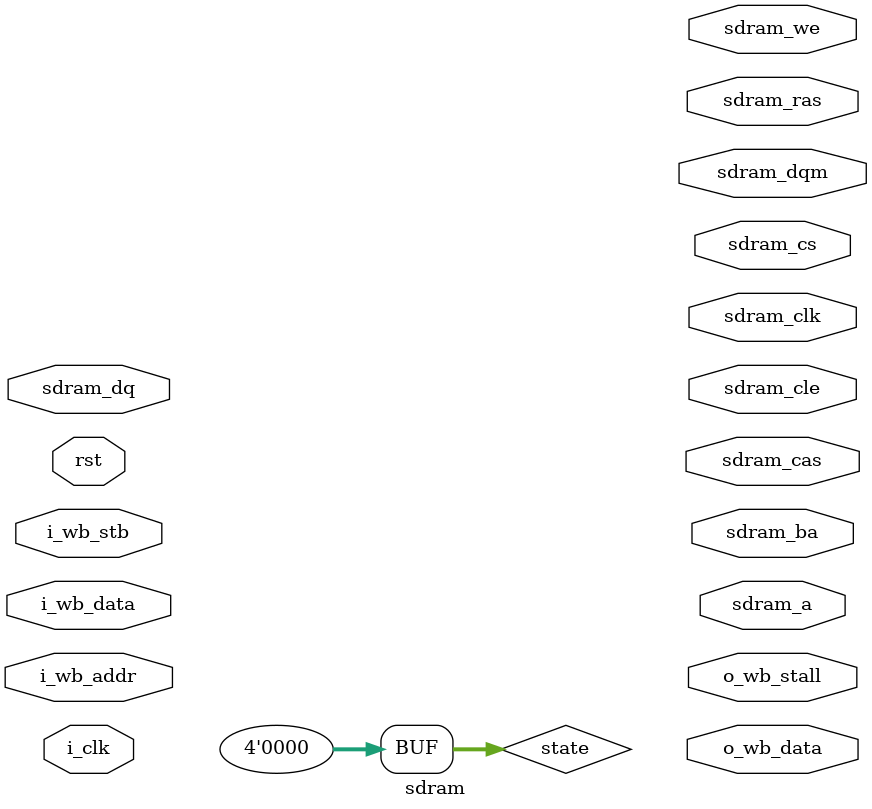
<source format=sv>
module sdram(
	input         i_clk,
	input         rst,
	
	//
	output        sdram_clk,	// clock input
	output        sdram_cle,    // clock enable
	output 		  sdram_cs,     // chip select
	output 		  sdram_cas,    // Column Address Strobe
	output        sdram_ras,	// Row Address Strobe
	output 		  sdram_we,		// Write Enable
	output        sdram_dqm,	// Lower/Upper Data Mask
	output  [1:0] sdram_ba,		// bank address //
 	output [12:0] sdram_a,	    // address //
	inout  [15:0] sdram_dq,     // data //
	
	
	// ==== User interface ====// 
	//bude se chovat jako wb slave
	input 	       i_wb_stb,
	output         o_wb_stall,
	input  [15:0]  i_wb_data,
	input  [11:0]  i_wb_addr,
	output [15:0]  o_wb_data,
	
	
);


localparam s_INIT   = 0;
localparam s_IDLE   = 1;
localparam s_ACTIVE = 2;
localparam s_READ   = 2;



reg [3:0] state = s_INIT;



endmodule
</source>
